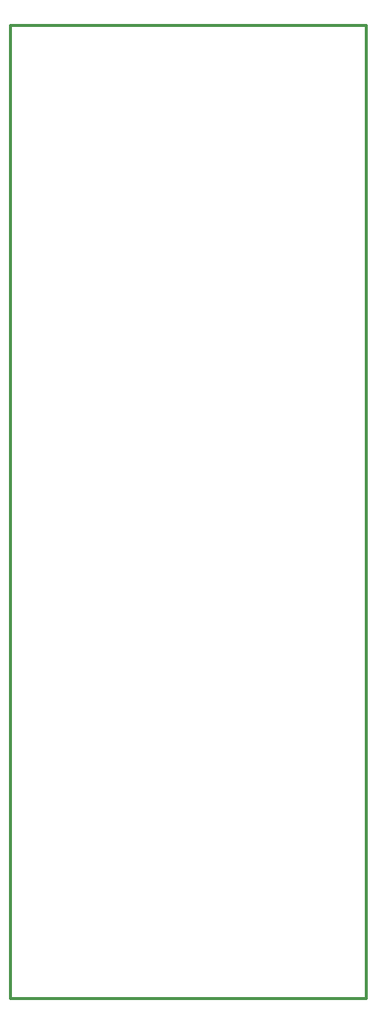
<source format=gbr>
G04 DesignSpark PCB Gerber Version 9.0 Build 5138 *
%FSLAX35Y35*%
%MOMM*%
%ADD13C,0.30480*%
X0Y0D02*
D02*
D13*
X15240Y15240D02*
X4045240D01*
Y11015240*
X15240*
Y15240*
X0Y0D02*
M02*

</source>
